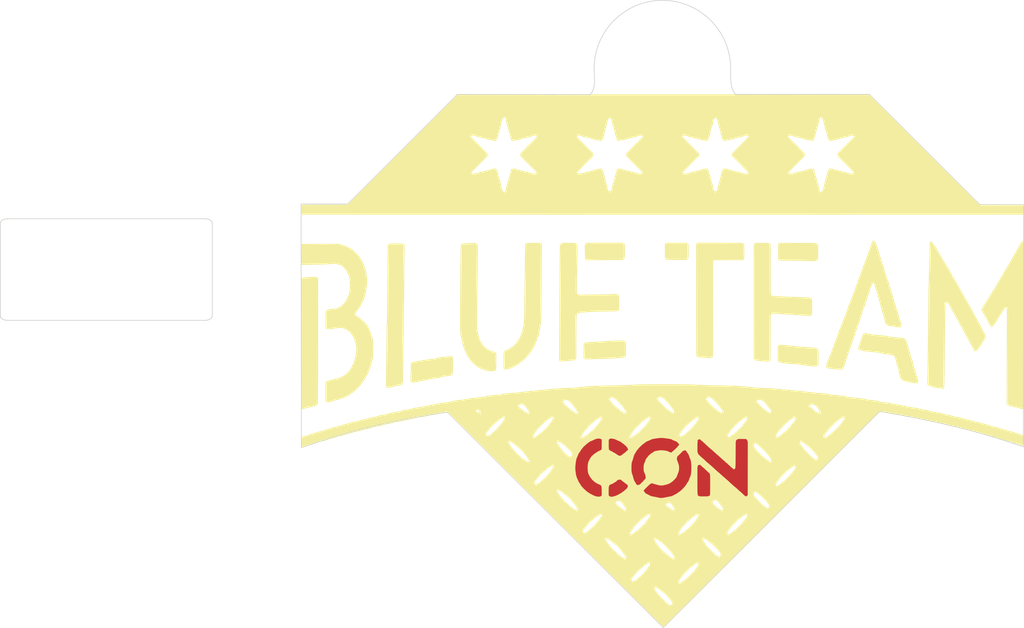
<source format=kicad_pcb>
(kicad_pcb (version 4) (host pcbnew 4.0.7)
  (layers (0 F.Cu signal) (31 B.Cu signal) (34 B.Paste user) (35 F.Paste user) (36 B.SilkS user) (37 F.SilkS user) (38 B.Mask user) (39 F.Mask user) (44 Edge.Cuts user))
  (net 0 "")
  (module LOGO (layer F.Cu) (at 0 0)
    (fp_text reference "G***" hide)
    (fp_text value "LOGO" hide)
    (fp_poly (pts (xy 4.472038 12.078855) (xy 4.518663 12.119471) (xy 4.593672 12.185426) (xy 4.695460 12.275295) (xy 4.822428 12.387657) (xy 4.972971 12.521088) (xy 5.145489 12.674164) (xy 5.338378 12.845464) (xy 5.550038 13.033563) (xy 5.778864 13.237039) (xy 6.023256 13.454469) (xy 6.281611 13.684429) (xy 6.552327 13.925496) (xy 6.833802 14.176248) (xy 7.124433 14.435261) (xy 7.244106 14.541945) (xy 10.022417 17.018890) (xy 10.027806 14.806528) (xy 10.033195 12.594167) (xy 12.170833 12.594167) (xy 12.170833 17.123833) (xy 12.170751 17.558527) (xy 12.170511 17.981876) (xy 12.170119 18.391943) (xy 12.169585 18.786791) (xy 12.168914 19.164484) (xy 12.168115 19.523083) (xy 12.167196 19.860652) (xy 12.166163 20.175253) (xy 12.165025 20.464950) (xy 12.163790 20.727805) (xy 12.162464 20.961881) (xy 12.161056 21.165241) (xy 12.159573 21.335948) (xy 12.158022 21.472064) (xy 12.156412 21.571653) (xy 12.154749 21.632777) (xy 12.153048 21.653500) (xy 12.135806 21.639670) (xy 12.088239 21.598984) (xy 12.011717 21.532650) (xy 11.907610 21.441873) (xy 11.777291 21.327861) (xy 11.622128 21.191819) (xy 11.443492 21.034955) (xy 11.242755 20.858475) (xy 11.021286 20.663586) (xy 10.780456 20.451493) (xy 10.521636 20.223405) (xy 10.246197 19.980527) (xy 9.955508 19.724067) (xy 9.650940 19.455230) (xy 9.333864 19.175223) (xy 9.005651 18.885253) (xy 8.667670 18.586527) (xy 8.321293 18.280250) (xy 8.290131 18.252689) (xy 4.445000 14.851879) (xy 4.445000 13.458439) (xy 4.445153 13.219839) (xy 4.445597 12.994139) (xy 4.446304 12.784831) (xy 4.447249 12.595409) (xy 4.448406 12.429364) (xy 4.449748 12.290190) (xy 4.451249 12.181380) (xy 4.452884 12.106425) (xy 4.454627 12.068818) (xy 4.455398 12.065000) (xy 4.472038 12.078855)) (layer F.Cu) (width 0.010000))
    (fp_poly (pts (xy 2.960082 14.109874) (xy 3.007476 14.143007) (xy 3.044981 14.173410) (xy 3.143631 14.276424) (xy 3.244362 14.416319) (xy 3.344682 14.587894) (xy 3.442097 14.785945) (xy 3.534115 15.005268) (xy 3.618242 15.240660) (xy 3.691986 15.486919) (xy 3.713215 15.568083) (xy 3.806897 16.008594) (xy 3.865512 16.444618) (xy 3.889774 16.873881) (xy 3.880398 17.294108) (xy 3.838099 17.703025) (xy 3.763592 18.098360) (xy 3.657592 18.477837) (xy 3.520814 18.839183) (xy 3.353973 19.180124) (xy 3.157783 19.498385) (xy 2.932960 19.791694) (xy 2.680218 20.057775) (xy 2.400272 20.294355) (xy 2.179341 20.447000) (xy 1.971579 20.572112) (xy 1.743873 20.698575) (xy 1.505899 20.821654) (xy 1.267335 20.936617) (xy 1.037858 21.038728) (xy 0.827144 21.123254) (xy 0.716492 21.162641) (xy 0.296696 21.285591) (xy -0.110547 21.368766) (xy -0.504846 21.412115) (xy -0.885807 21.415590) (xy -1.121833 21.396933) (xy -1.483402 21.335509) (xy -1.844035 21.235896) (xy -2.194275 21.101374) (xy -2.524664 20.935221) (xy -2.624667 20.875898) (xy -2.722962 20.812022) (xy -2.834047 20.734664) (xy -2.949100 20.650495) (xy -3.059298 20.566185) (xy -3.155817 20.488405) (xy -3.229833 20.423824) (xy -3.254555 20.399704) (xy -3.323527 20.328197) (xy -2.654924 19.676473) (xy -1.986322 19.024749) (xy -1.908620 19.038566) (xy -1.862392 19.047901) (xy -1.783596 19.064999) (xy -1.680872 19.087935) (xy -1.562862 19.114787) (xy -1.471083 19.135975) (xy -1.273758 19.180948) (xy -1.109752 19.216029) (xy -0.971514 19.242351) (xy -0.851489 19.261045) (xy -0.742126 19.273244) (xy -0.635870 19.280078) (xy -0.525169 19.282680) (xy -0.491233 19.282804) (xy -0.261241 19.273826) (xy -0.053770 19.245064) (xy 0.147376 19.193858) (xy 0.240728 19.162575) (xy 0.399928 19.099015) (xy 0.566682 19.020735) (xy 0.734027 18.932014) (xy 0.894998 18.837134) (xy 1.042630 18.740372) (xy 1.169958 18.646010) (xy 1.270019 18.558327) (xy 1.325824 18.495772) (xy 1.496488 18.237752) (xy 1.628909 17.969287) (xy 1.725131 17.685052) (xy 1.787199 17.379725) (xy 1.802550 17.254174) (xy 1.813747 17.068565) (xy 1.810328 16.869352) (xy 1.791705 16.652013) (xy 1.757292 16.412026) (xy 1.706506 16.144869) (xy 1.638758 15.846020) (xy 1.599810 15.689072) (xy 1.528330 15.407895) (xy 2.218103 14.752447) (xy 2.361075 14.617081) (xy 2.495078 14.491151) (xy 2.616924 14.377585) (xy 2.723423 14.279313) (xy 2.811385 14.199265) (xy 2.877620 14.140369) (xy 2.918941 14.105554) (xy 2.931795 14.097000) (xy 2.960082 14.109874)) (layer F.Cu) (width 0.010000))
    (fp_poly (pts (xy -9.213770 12.386820) (xy -9.203794 12.401798) (xy -9.195238 12.430579) (xy -9.187920 12.476281) (xy -9.181656 12.542022) (xy -9.176263 12.630922) (xy -9.171557 12.746099) (xy -9.167355 12.890670) (xy -9.163474 13.067755) (xy -9.159730 13.280472) (xy -9.155940 13.531939) (xy -9.155361 13.572857) (xy -9.144131 14.371631) (xy -9.384798 14.488658) (xy -9.729627 14.674010) (xy -10.036260 14.876556) (xy -10.305649 15.097386) (xy -10.538749 15.337591) (xy -10.736514 15.598261) (xy -10.899896 15.880487) (xy -11.029851 16.185359) (xy -11.115903 16.467667) (xy -11.159347 16.657887) (xy -11.184558 16.820484) (xy -11.192222 16.965704) (xy -11.183028 17.103795) (xy -11.165552 17.208500) (xy -11.077065 17.536944) (xy -10.950099 17.850911) (xy -10.786875 18.147569) (xy -10.589616 18.424084) (xy -10.360542 18.677621) (xy -10.101877 18.905348) (xy -9.815842 19.104430) (xy -9.573729 19.238721) (xy -9.474898 19.286334) (xy -9.376761 19.330953) (xy -9.293388 19.366303) (xy -9.255125 19.380866) (xy -9.144000 19.419770) (xy -9.144000 21.230167) (xy -9.191625 21.226469) (xy -9.242532 21.222561) (xy -9.311844 21.217293) (xy -9.334500 21.215580) (xy -9.744597 21.166459) (xy -10.145921 21.082559) (xy -10.533220 20.965607) (xy -10.901245 20.817327) (xy -11.244745 20.639448) (xy -11.421687 20.529375) (xy -11.590456 20.405492) (xy -11.768990 20.253476) (xy -11.947750 20.082872) (xy -12.117200 19.903224) (xy -12.267802 19.724079) (xy -12.379792 19.570497) (xy -12.582325 19.235131) (xy -12.755789 18.879559) (xy -12.901173 18.500852) (xy -13.019466 18.096085) (xy -13.111654 17.662331) (xy -13.177374 17.208500) (xy -13.195973 16.991930) (xy -13.204147 16.764949) (xy -13.202176 16.538410) (xy -13.190341 16.323167) (xy -13.168925 16.130073) (xy -13.146125 16.003509) (xy -13.040637 15.623184) (xy -12.895631 15.250674) (xy -12.713600 14.888595) (xy -12.497039 14.539563) (xy -12.248444 14.206197) (xy -11.970307 13.891111) (xy -11.665124 13.596922) (xy -11.335389 13.326248) (xy -10.983597 13.081705) (xy -10.612241 12.865908) (xy -10.223817 12.681476) (xy -9.842500 12.538102) (xy -9.755433 12.511149) (xy -9.652234 12.481798) (xy -9.542364 12.452433) (xy -9.435280 12.425439) (xy -9.340444 12.403200) (xy -9.267313 12.388101) (xy -9.225351 12.382527) (xy -9.213770 12.386820)) (layer F.Cu) (width 0.010000))
    (fp_poly (pts (xy 4.561241 15.825172) (xy 4.593520 15.853335) (xy 4.654480 15.906986) (xy 4.741155 15.983500) (xy 4.850576 16.080248) (xy 4.979776 16.194605) (xy 5.125788 16.323944) (xy 5.285645 16.465638) (xy 5.456380 16.617060) (xy 5.635024 16.775584) (xy 5.681587 16.816917) (xy 6.706859 17.727083) (xy 6.709833 21.230167) (xy 4.466167 21.230167) (xy 4.466167 15.743594) (xy 4.561241 15.825172)) (layer F.Cu) (width 0.010000))
    (fp_poly (pts (xy -6.578489 18.390225) (xy -6.568855 18.395895) (xy -6.540132 18.416905) (xy -6.484498 18.460672) (xy -6.406039 18.523801) (xy -6.308841 18.602895) (xy -6.196991 18.694559) (xy -6.074576 18.795395) (xy -5.945681 18.902007) (xy -5.814394 19.011001) (xy -5.684801 19.118979) (xy -5.560987 19.222545) (xy -5.447040 19.318303) (xy -5.347046 19.402857) (xy -5.265091 19.472810) (xy -5.205263 19.524768) (xy -5.171646 19.555332) (xy -5.165758 19.561989) (xy -5.177259 19.584071) (xy -5.209096 19.631697) (xy -5.255777 19.696869) (xy -5.289714 19.742511) (xy -5.543745 20.045738) (xy -5.823038 20.315210) (xy -6.126597 20.550381) (xy -6.453427 20.750701) (xy -6.802531 20.915622) (xy -7.172915 21.044596) (xy -7.563581 21.137075) (xy -7.913285 21.186826) (xy -8.019623 21.196467) (xy -8.123591 21.203990) (xy -8.209535 21.208340) (xy -8.242699 21.209000) (xy -8.352913 21.209000) (xy -8.378492 20.367625) (xy -8.384124 20.180346) (xy -8.389304 20.004177) (xy -8.393894 19.844103) (xy -8.397756 19.705104) (xy -8.400754 19.592165) (xy -8.402748 19.510269) (xy -8.403601 19.464398) (xy -8.403619 19.458959) (xy -8.400881 19.420802) (xy -8.386678 19.397782) (xy -8.351056 19.382363) (xy -8.284060 19.367006) (xy -8.281458 19.366467) (xy -8.051402 19.303712) (xy -7.807971 19.210124) (xy -7.560142 19.090825) (xy -7.316889 18.950935) (xy -7.087188 18.795575) (xy -6.880013 18.629867) (xy -6.719317 18.475134) (xy -6.665098 18.418751) (xy -6.629753 18.389070) (xy -6.603983 18.381193) (xy -6.578489 18.390225)) (layer F.Cu) (width 0.010000))
    (fp_poly (pts (xy -0.023295 12.460161) (xy 0.369826 12.508322) (xy 0.748888 12.593087) (xy 0.923536 12.646554) (xy 1.232883 12.769518) (xy 1.515232 12.923068) (xy 1.775440 13.109915) (xy 1.818115 13.145434) (xy 1.873671 13.196999) (xy 1.937911 13.263321) (xy 2.004738 13.337195) (xy 2.068053 13.411414) (xy 2.121759 13.478775) (xy 2.159756 13.532072) (xy 2.175949 13.564100) (xy 2.175826 13.568077) (xy 2.159462 13.585530) (xy 2.115230 13.628676) (xy 2.046354 13.694473) (xy 1.956055 13.779881) (xy 1.847554 13.881859) (xy 1.724073 13.997365) (xy 1.588835 14.123359) (xy 1.504639 14.201565) (xy 1.329705 14.363232) (xy 1.183361 14.497009) (xy 1.063791 14.604461) (xy 0.969178 14.687154) (xy 0.897707 14.746654) (xy 0.847562 14.784526) (xy 0.816927 14.802335) (xy 0.806139 14.803712) (xy 0.726258 14.772248) (xy 0.616916 14.734317) (xy 0.489775 14.693501) (xy 0.356495 14.653379) (xy 0.228739 14.617533) (xy 0.118170 14.589544) (xy 0.083431 14.581787) (xy -0.085334 14.554793) (xy -0.278905 14.538209) (xy -0.483294 14.532194) (xy -0.684517 14.536905) (xy -0.868585 14.552500) (xy -0.978768 14.569786) (xy -1.223169 14.631276) (xy -1.482376 14.720863) (xy -1.744129 14.834092) (xy -1.847477 14.885356) (xy -1.950529 14.939225) (xy -2.025772 14.982138) (xy -2.083258 15.022076) (xy -2.133039 15.067022) (xy -2.185165 15.124957) (xy -2.249689 15.203865) (xy -2.251667 15.206323) (xy -2.459630 15.485081) (xy -2.628193 15.756363) (xy -2.758867 16.023571) (xy -2.853164 16.290109) (xy -2.912594 16.559383) (xy -2.933620 16.742490) (xy -2.934786 16.970842) (xy -2.906163 17.225436) (xy -2.847595 17.506944) (xy -2.758923 17.816038) (xy -2.639991 18.153390) (xy -2.551872 18.374894) (xy -2.556551 18.390637) (xy -2.579466 18.420664) (xy -2.622519 18.466785) (xy -2.687608 18.530809) (xy -2.776635 18.614547) (xy -2.891499 18.719807) (xy -3.034102 18.848400) (xy -3.206343 19.002135) (xy -3.268687 19.057519) (xy -3.417593 19.189565) (xy -3.556558 19.312585) (xy -3.682432 19.423807) (xy -3.792069 19.520458) (xy -3.882318 19.599767) (xy -3.950032 19.658961) (xy -3.992062 19.695269) (xy -4.005318 19.706087) (xy -4.020344 19.690840) (xy -4.054722 19.650643) (xy -4.101470 19.593696) (xy -4.108986 19.584379) (xy -4.353459 19.247082) (xy -4.563635 18.885922) (xy -4.738761 18.502861) (xy -4.878086 18.099862) (xy -4.980856 17.678888) (xy -5.046319 17.241900) (xy -5.058471 17.109232) (xy -5.069440 16.766550) (xy -5.051109 16.412150) (xy -5.004978 16.058654) (xy -4.932548 15.718686) (xy -4.866498 15.494000) (xy -4.741367 15.160264) (xy -4.594353 14.850135) (xy -4.421246 14.556976) (xy -4.217838 14.274148) (xy -3.979917 13.995015) (xy -3.791674 13.799352) (xy -3.660503 13.671262) (xy -3.547909 13.567459) (xy -3.444747 13.480237) (xy -3.341871 13.401889) (xy -3.230136 13.324710) (xy -3.221873 13.319236) (xy -2.852032 13.096583) (xy -2.466084 12.905641) (xy -2.067798 12.747020) (xy -1.660947 12.621333) (xy -1.249300 12.529192) (xy -0.836628 12.471209) (xy -0.426703 12.447994) (xy -0.023295 12.460161)) (layer F.Cu) (width 0.010000))
    (fp_poly (pts (xy -8.397562 12.450001) (xy -8.336765 12.461023) (xy -8.250043 12.477596) (xy -8.145170 12.498248) (xy -8.089443 12.509426) (xy -7.635423 12.615984) (xy -7.212434 12.746026) (xy -6.821809 12.899017) (xy -6.464883 13.074424) (xy -6.142989 13.271713) (xy -6.087191 13.310706) (xy -5.937739 13.427447) (xy -5.785359 13.564651) (xy -5.637679 13.714091) (xy -5.502325 13.867539) (xy -5.386924 14.016769) (xy -5.299103 14.153553) (xy -5.289447 14.171234) (xy -5.244277 14.256051) (xy -5.432014 14.437715) (xy -5.538736 14.540461) (xy -5.655075 14.651557) (xy -5.777136 14.767372) (xy -5.901026 14.884271) (xy -6.022850 14.998624) (xy -6.138714 15.106798) (xy -6.244723 15.205160) (xy -6.336984 15.290079) (xy -6.411601 15.357921) (xy -6.464680 15.405055) (xy -6.492328 15.427848) (xy -6.495240 15.429407) (xy -6.515125 15.413624) (xy -6.550981 15.374532) (xy -6.575253 15.345219) (xy -6.679055 15.235637) (xy -6.817643 15.119832) (xy -6.984603 15.001325) (xy -7.173525 14.883633) (xy -7.377995 14.770275) (xy -7.591602 14.664772) (xy -7.807934 14.570640) (xy -8.020578 14.491400) (xy -8.223123 14.430569) (xy -8.257719 14.421918) (xy -8.419187 14.382889) (xy -8.432193 14.245236) (xy -8.436266 14.180945) (xy -8.439585 14.085916) (xy -8.442172 13.965408) (xy -8.444050 13.824680) (xy -8.445240 13.668991) (xy -8.445764 13.503600) (xy -8.445645 13.333767) (xy -8.444904 13.164749) (xy -8.443564 13.001807) (xy -8.441646 12.850199) (xy -8.439173 12.715184) (xy -8.436166 12.602022) (xy -8.432648 12.515971) (xy -8.428640 12.462290) (xy -8.424660 12.446000) (xy -8.397562 12.450001)) (layer F.Cu) (width 0.010000))
  )
  (module LOGO (layer F.Cu) (at 0 0)
    (fp_text reference "G***" hide)
    (fp_text value "LOGO" hide)
  )
  (module LOGO (layer F.Cu) (at 0 0)
    (fp_text reference "G***" hide)
    (fp_text value "LOGO" hide)
  )
  (module LOGO (layer F.Cu) (at 0 0)
    (fp_text reference "G***" hide)
    (fp_text value "LOGO" hide)
  )
  (module LOGO (layer F.Cu) (at 0 0)
    (fp_text reference "G***" hide)
    (fp_text value "LOGO" hide)
  )
  (gr_line (start -10.313800 -41.104000) (end -10.300900 -41.613800) (layer Edge.Cuts) (width 0.1))
  (gr_line (start -10.300900 -41.613800) (end -10.262700 -42.117000) (layer Edge.Cuts) (width 0.1))
  (gr_line (start -10.262700 -42.117000) (end -10.199600 -42.612900) (layer Edge.Cuts) (width 0.1))
  (gr_line (start -10.199600 -42.612900) (end -10.112500 -43.100800) (layer Edge.Cuts) (width 0.1))
  (gr_line (start -10.112500 -43.100800) (end -10.001900 -43.580100) (layer Edge.Cuts) (width 0.1))
  (gr_line (start -10.001900 -43.580100) (end -9.868400 -44.050300) (layer Edge.Cuts) (width 0.1))
  (gr_line (start -9.868400 -44.050300) (end -9.712600 -44.510700) (layer Edge.Cuts) (width 0.1))
  (gr_line (start -9.712600 -44.510700) (end -9.535200 -44.960600) (layer Edge.Cuts) (width 0.1))
  (gr_line (start -9.535200 -44.960600) (end -9.336800 -45.399500) (layer Edge.Cuts) (width 0.1))
  (gr_line (start -9.336800 -45.399500) (end -9.118000 -45.826700) (layer Edge.Cuts) (width 0.1))
  (gr_line (start -9.118000 -45.826700) (end -8.879400 -46.241600) (layer Edge.Cuts) (width 0.1))
  (gr_line (start -8.879400 -46.241600) (end -8.621700 -46.643600) (layer Edge.Cuts) (width 0.1))
  (gr_line (start -8.621700 -46.643600) (end -8.345400 -47.032100) (layer Edge.Cuts) (width 0.1))
  (gr_line (start -8.345400 -47.032100) (end -8.051300 -47.406400) (layer Edge.Cuts) (width 0.1))
  (gr_line (start -8.051300 -47.406400) (end -7.739900 -47.765900) (layer Edge.Cuts) (width 0.1))
  (gr_line (start -7.739900 -47.765900) (end -7.411800 -48.110000) (layer Edge.Cuts) (width 0.1))
  (gr_line (start -7.411800 -48.110000) (end -7.067700 -48.438000) (layer Edge.Cuts) (width 0.1))
  (gr_line (start -7.067700 -48.438000) (end -6.708200 -48.749400) (layer Edge.Cuts) (width 0.1))
  (gr_line (start -6.708200 -48.749400) (end -6.333900 -49.043600) (layer Edge.Cuts) (width 0.1))
  (gr_line (start -6.333900 -49.043600) (end -5.945500 -49.319800) (layer Edge.Cuts) (width 0.1))
  (gr_line (start -5.945500 -49.319800) (end -5.543500 -49.577500) (layer Edge.Cuts) (width 0.1))
  (gr_line (start -5.543500 -49.577500) (end -5.128600 -49.816100) (layer Edge.Cuts) (width 0.1))
  (gr_line (start -5.128600 -49.816100) (end -4.701300 -50.034920) (layer Edge.Cuts) (width 0.1))
  (gr_line (start -4.701300 -50.034920) (end -4.262500 -50.233330) (layer Edge.Cuts) (width 0.1))
  (gr_line (start -4.262500 -50.233330) (end -3.812500 -50.410740) (layer Edge.Cuts) (width 0.1))
  (gr_line (start -3.812500 -50.410740) (end -3.352200 -50.566510) (layer Edge.Cuts) (width 0.1))
  (gr_line (start -3.352200 -50.566510) (end -2.882000 -50.700020) (layer Edge.Cuts) (width 0.1))
  (gr_line (start -2.882000 -50.700020) (end -2.402600 -50.810660) (layer Edge.Cuts) (width 0.1))
  (gr_line (start -2.402600 -50.810660) (end -1.914700 -50.897790) (layer Edge.Cuts) (width 0.1))
  (gr_line (start -1.914700 -50.897790) (end -1.418900 -50.960800) (layer Edge.Cuts) (width 0.1))
  (gr_line (start -1.418900 -50.960800) (end -0.915700 -50.999060) (layer Edge.Cuts) (width 0.1))
  (gr_line (start -0.915700 -50.999060) (end -0.405800 -51.011950) (layer Edge.Cuts) (width 0.1))
  (gr_line (start -0.405800 -51.011950) (end 0.104000 -50.999060) (layer Edge.Cuts) (width 0.1))
  (gr_line (start 0.104000 -50.999060) (end 0.607200 -50.960800) (layer Edge.Cuts) (width 0.1))
  (gr_line (start 0.607200 -50.960800) (end 1.103100 -50.897790) (layer Edge.Cuts) (width 0.1))
  (gr_line (start 1.103100 -50.897790) (end 1.591000 -50.810660) (layer Edge.Cuts) (width 0.1))
  (gr_line (start 1.591000 -50.810660) (end 2.070300 -50.700020) (layer Edge.Cuts) (width 0.1))
  (gr_line (start 2.070300 -50.700020) (end 2.540500 -50.566510) (layer Edge.Cuts) (width 0.1))
  (gr_line (start 2.540500 -50.566510) (end 3.000900 -50.410740) (layer Edge.Cuts) (width 0.1))
  (gr_line (start 3.000900 -50.410740) (end 3.450800 -50.233330) (layer Edge.Cuts) (width 0.1))
  (gr_line (start 3.450800 -50.233330) (end 3.889700 -50.034920) (layer Edge.Cuts) (width 0.1))
  (gr_line (start 3.889700 -50.034920) (end 4.316900 -49.816100) (layer Edge.Cuts) (width 0.1))
  (gr_line (start 4.316900 -49.816100) (end 4.731800 -49.577500) (layer Edge.Cuts) (width 0.1))
  (gr_line (start 4.731800 -49.577500) (end 5.133800 -49.319800) (layer Edge.Cuts) (width 0.1))
  (gr_line (start 5.133800 -49.319800) (end 5.522300 -49.043600) (layer Edge.Cuts) (width 0.1))
  (gr_line (start 5.522300 -49.043600) (end 5.896600 -48.749400) (layer Edge.Cuts) (width 0.1))
  (gr_line (start 5.896600 -48.749400) (end 6.256100 -48.438000) (layer Edge.Cuts) (width 0.1))
  (gr_line (start 6.256100 -48.438000) (end 6.600200 -48.110000) (layer Edge.Cuts) (width 0.1))
  (gr_line (start 6.600200 -48.110000) (end 6.928300 -47.765900) (layer Edge.Cuts) (width 0.1))
  (gr_line (start 6.928300 -47.765900) (end 7.239700 -47.406400) (layer Edge.Cuts) (width 0.1))
  (gr_line (start 7.239700 -47.406400) (end 7.533800 -47.032100) (layer Edge.Cuts) (width 0.1))
  (gr_line (start 7.533800 -47.032100) (end 7.810000 -46.643600) (layer Edge.Cuts) (width 0.1))
  (gr_line (start 7.810000 -46.643600) (end 8.067800 -46.241600) (layer Edge.Cuts) (width 0.1))
  (gr_line (start 8.067800 -46.241600) (end 8.306300 -45.826700) (layer Edge.Cuts) (width 0.1))
  (gr_line (start 8.306300 -45.826700) (end 8.525100 -45.399500) (layer Edge.Cuts) (width 0.1))
  (gr_line (start 8.525100 -45.399500) (end 8.723600 -44.960600) (layer Edge.Cuts) (width 0.1))
  (gr_line (start 8.723600 -44.960600) (end 8.901000 -44.510700) (layer Edge.Cuts) (width 0.1))
  (gr_line (start 8.901000 -44.510700) (end 9.056700 -44.050300) (layer Edge.Cuts) (width 0.1))
  (gr_line (start 9.056700 -44.050300) (end 9.190200 -43.580100) (layer Edge.Cuts) (width 0.1))
  (gr_line (start 9.190200 -43.580100) (end 9.300900 -43.100800) (layer Edge.Cuts) (width 0.1))
  (gr_line (start 9.300900 -43.100800) (end 9.388000 -42.612900) (layer Edge.Cuts) (width 0.1))
  (gr_line (start 9.388000 -42.612900) (end 9.451000 -42.117000) (layer Edge.Cuts) (width 0.1))
  (gr_line (start 9.451000 -42.117000) (end 9.489300 -41.613800) (layer Edge.Cuts) (width 0.1))
  (gr_line (start 9.489300 -41.613800) (end 9.502200 -41.104000) (layer Edge.Cuts) (width 0.1))
  (gr_line (start 9.502200 -41.104000) (end 9.504800 -40.028300) (layer Edge.Cuts) (width 0.1))
  (gr_line (start 9.504800 -40.028300) (end 9.525500 -39.471600) (layer Edge.Cuts) (width 0.1))
  (gr_line (start 9.525500 -39.471600) (end 9.574800 -38.931000) (layer Edge.Cuts) (width 0.1))
  (gr_line (start 9.574800 -38.931000) (end 9.664100 -38.427700) (layer Edge.Cuts) (width 0.1))
  (gr_line (start 9.664100 -38.427700) (end 9.727500 -38.196900) (layer Edge.Cuts) (width 0.1))
  (gr_line (start 9.727500 -38.196900) (end 9.805300 -37.983400) (layer Edge.Cuts) (width 0.1))
  (gr_line (start 9.805300 -37.983400) (end 9.898900 -37.790000) (layer Edge.Cuts) (width 0.1))
  (gr_line (start 9.898900 -37.790000) (end 10.009900 -37.619300) (layer Edge.Cuts) (width 0.1))
  (gr_line (start 10.009900 -37.619300) (end 10.139600 -37.474100) (layer Edge.Cuts) (width 0.1))
  (gr_line (start 10.139600 -37.474100) (end 10.289500 -37.356900) (layer Edge.Cuts) (width 0.1))
  (gr_line (start 10.289500 -37.356900) (end 29.656800 -37.343100) (layer Edge.Cuts) (width 0.1))
  (gr_line (start 29.656800 -37.343100) (end 45.687000 -21.313100) (layer Edge.Cuts) (width 0.1))
  (gr_line (start 45.687000 -21.313100) (end 52.058000 -21.313100) (layer Edge.Cuts) (width 0.1))
  (gr_line (start 52.058000 -21.313100) (end 52.008000 13.882100) (layer Edge.Cuts) (width 0.1))
  (gr_line (start 52.008000 13.882100) (end 50.602000 13.396800) (layer Edge.Cuts) (width 0.1))
  (gr_line (start 50.602000 13.396800) (end 49.214000 12.939600) (layer Edge.Cuts) (width 0.1))
  (gr_line (start 49.214000 12.939600) (end 47.842000 12.509200) (layer Edge.Cuts) (width 0.1))
  (gr_line (start 47.842000 12.509200) (end 46.485000 12.104100) (layer Edge.Cuts) (width 0.1))
  (gr_line (start 46.485000 12.104100) (end 45.144000 11.723000) (layer Edge.Cuts) (width 0.1))
  (gr_line (start 45.144000 11.723000) (end 43.816000 11.364600) (layer Edge.Cuts) (width 0.1))
  (gr_line (start 43.816000 11.364600) (end 42.502000 11.027400) (layer Edge.Cuts) (width 0.1))
  (gr_line (start 42.502000 11.027400) (end 41.200000 10.710200) (layer Edge.Cuts) (width 0.1))
  (gr_line (start 41.200000 10.710200) (end 38.629000 10.129900) (layer Edge.Cuts) (width 0.1))
  (gr_line (start 38.629000 10.129900) (end 36.097100 9.612800) (layer Edge.Cuts) (width 0.1))
  (gr_line (start 36.097100 9.612800) (end 33.597400 9.147900) (layer Edge.Cuts) (width 0.1))
  (gr_line (start 33.597400 9.147900) (end 31.123200 8.724200) (layer Edge.Cuts) (width 0.1))
  (gr_line (start 31.123200 8.724200) (end -0.279400 40.127000) (layer Edge.Cuts) (width 0.1))
  (gr_line (start -0.279400 40.127000) (end -31.631500 8.825400) (layer Edge.Cuts) (width 0.1))
  (gr_line (start -31.631500 8.825400) (end -33.014200 9.030800) (layer Edge.Cuts) (width 0.1))
  (gr_line (start -33.014200 9.030800) (end -34.389300 9.251400) (layer Edge.Cuts) (width 0.1))
  (gr_line (start -34.389300 9.251400) (end -35.756800 9.487300) (layer Edge.Cuts) (width 0.1))
  (gr_line (start -35.756800 9.487300) (end -37.116600 9.738500) (layer Edge.Cuts) (width 0.1))
  (gr_line (start -37.116600 9.738500) (end -38.468700 10.005200) (layer Edge.Cuts) (width 0.1))
  (gr_line (start -38.468700 10.005200) (end -39.813100 10.287400) (layer Edge.Cuts) (width 0.1))
  (gr_line (start -39.813100 10.287400) (end -41.149600 10.585200) (layer Edge.Cuts) (width 0.1))
  (gr_line (start -41.149600 10.585200) (end -42.478300 10.898700) (layer Edge.Cuts) (width 0.1))
  (gr_line (start -42.478300 10.898700) (end -43.799000 11.228000) (layer Edge.Cuts) (width 0.1))
  (gr_line (start -43.799000 11.228000) (end -45.111900 11.573200) (layer Edge.Cuts) (width 0.1))
  (gr_line (start -45.111900 11.573200) (end -46.416700 11.934400) (layer Edge.Cuts) (width 0.1))
  (gr_line (start -46.416700 11.934400) (end -47.713500 12.311600) (layer Edge.Cuts) (width 0.1))
  (gr_line (start -47.713500 12.311600) (end -49.002200 12.705100) (layer Edge.Cuts) (width 0.1))
  (gr_line (start -49.002200 12.705100) (end -50.282780 13.114800) (layer Edge.Cuts) (width 0.1))
  (gr_line (start -50.282780 13.114800) (end -51.555180 13.540800) (layer Edge.Cuts) (width 0.1))
  (gr_line (start -51.555180 13.540800) (end -52.819370 13.983300) (layer Edge.Cuts) (width 0.1))
  (gr_line (start -52.819370 13.983300) (end -52.869940 -21.414200) (layer Edge.Cuts) (width 0.1))
  (gr_line (start -52.869940 -21.414200) (end -46.093800 -21.414200) (layer Edge.Cuts) (width 0.1))
  (gr_line (start -46.093800 -21.414200) (end -30.179600 -37.334800) (layer Edge.Cuts) (width 0.1))
  (gr_line (start -30.179600 -37.334800) (end -10.995200 -37.304200) (layer Edge.Cuts) (width 0.1))
  (gr_line (start -10.995200 -37.304200) (end -10.821300 -37.439100) (layer Edge.Cuts) (width 0.1))
  (gr_line (start -10.821300 -37.439100) (end -10.676300 -37.599100) (layer Edge.Cuts) (width 0.1))
  (gr_line (start -10.676300 -37.599100) (end -10.557700 -37.781700) (layer Edge.Cuts) (width 0.1))
  (gr_line (start -10.557700 -37.781700) (end -10.463100 -37.984500) (layer Edge.Cuts) (width 0.1))
  (gr_line (start -10.463100 -37.984500) (end -10.390100 -38.205000) (layer Edge.Cuts) (width 0.1))
  (gr_line (start -10.390100 -38.205000) (end -10.336300 -38.440700) (layer Edge.Cuts) (width 0.1))
  (gr_line (start -10.336300 -38.440700) (end -10.299100 -38.689400) (layer Edge.Cuts) (width 0.1))
  (gr_line (start -10.299100 -38.689400) (end -10.276200 -38.948400) (layer Edge.Cuts) (width 0.1))
  (gr_line (start -10.276200 -38.948400) (end -10.263400 -39.488100) (layer Edge.Cuts) (width 0.1))
  (gr_line (start -10.263400 -39.488100) (end -10.278400 -40.040200) (layer Edge.Cuts) (width 0.1))
  (gr_line (start -10.278400 -40.040200) (end -10.301700 -40.585300) (layer Edge.Cuts) (width 0.1))
  (gr_line (start -10.301700 -40.585300) (end -10.313800 -41.104000) (layer Edge.Cuts) (width 0.1))
  (gr_line (start -10.313800 -41.104000) (end -10.313800 -41.104000) (layer Edge.Cuts) (width 0.1))
  (gr_line (start -10.313800 -41.104000) (end -10.313800 -41.104000) (layer Edge.Cuts) (width 0.1))
  (gr_line (start -95.454800 -19.275700) (end -66.849700 -19.275700) (layer Edge.Cuts) (width 0.1))
  (gr_line (start -66.849700 -19.275700) (end -66.630990 -19.262700) (layer Edge.Cuts) (width 0.1))
  (gr_line (start -66.630990 -19.262700) (end -66.427530 -19.225200) (layer Edge.Cuts) (width 0.1))
  (gr_line (start -66.427530 -19.225200) (end -66.243610 -19.165900) (layer Edge.Cuts) (width 0.1))
  (gr_line (start -66.243610 -19.165900) (end -66.083510 -19.087400) (layer Edge.Cuts) (width 0.1))
  (gr_line (start -66.083510 -19.087400) (end -65.951530 -18.992100) (layer Edge.Cuts) (width 0.1))
  (gr_line (start -65.951530 -18.992100) (end -65.851940 -18.882600) (layer Edge.Cuts) (width 0.1))
  (gr_line (start -65.851940 -18.882600) (end -65.789050 -18.761500) (layer Edge.Cuts) (width 0.1))
  (gr_line (start -65.789050 -18.761500) (end -65.767130 -18.631300) (layer Edge.Cuts) (width 0.1))
  (gr_line (start -65.767130 -18.631300) (end -65.767130 -5.149800) (layer Edge.Cuts) (width 0.1))
  (gr_line (start -65.767130 -5.149800) (end -65.789050 -5.019600) (layer Edge.Cuts) (width 0.1))
  (gr_line (start -65.789050 -5.019600) (end -65.851940 -4.898500) (layer Edge.Cuts) (width 0.1))
  (gr_line (start -65.851940 -4.898500) (end -65.951530 -4.789000) (layer Edge.Cuts) (width 0.1))
  (gr_line (start -65.951530 -4.789000) (end -66.083510 -4.693700) (layer Edge.Cuts) (width 0.1))
  (gr_line (start -66.083510 -4.693700) (end -66.243610 -4.615200) (layer Edge.Cuts) (width 0.1))
  (gr_line (start -66.243610 -4.615200) (end -66.427530 -4.555900) (layer Edge.Cuts) (width 0.1))
  (gr_line (start -66.427530 -4.555900) (end -66.630990 -4.518500) (layer Edge.Cuts) (width 0.1))
  (gr_line (start -66.630990 -4.518500) (end -66.849700 -4.505400) (layer Edge.Cuts) (width 0.1))
  (gr_line (start -66.849700 -4.505400) (end -95.454800 -4.505400) (layer Edge.Cuts) (width 0.1))
  (gr_line (start -95.454800 -4.505400) (end -95.673500 -4.518500) (layer Edge.Cuts) (width 0.1))
  (gr_line (start -95.673500 -4.518500) (end -95.877000 -4.555900) (layer Edge.Cuts) (width 0.1))
  (gr_line (start -95.877000 -4.555900) (end -96.060900 -4.615200) (layer Edge.Cuts) (width 0.1))
  (gr_line (start -96.060900 -4.615200) (end -96.221000 -4.693700) (layer Edge.Cuts) (width 0.1))
  (gr_line (start -96.221000 -4.693700) (end -96.353000 -4.789000) (layer Edge.Cuts) (width 0.1))
  (gr_line (start -96.353000 -4.789000) (end -96.452600 -4.898500) (layer Edge.Cuts) (width 0.1))
  (gr_line (start -96.452600 -4.898500) (end -96.515500 -5.019600) (layer Edge.Cuts) (width 0.1))
  (gr_line (start -96.515500 -5.019600) (end -96.537400 -5.149800) (layer Edge.Cuts) (width 0.1))
  (gr_line (start -96.537400 -5.149800) (end -96.537400 -18.631300) (layer Edge.Cuts) (width 0.1))
  (gr_line (start -96.537400 -18.631300) (end -96.515500 -18.761500) (layer Edge.Cuts) (width 0.1))
  (gr_line (start -96.515500 -18.761500) (end -96.452600 -18.882600) (layer Edge.Cuts) (width 0.1))
  (gr_line (start -96.452600 -18.882600) (end -96.353000 -18.992100) (layer Edge.Cuts) (width 0.1))
  (gr_line (start -96.353000 -18.992100) (end -96.221000 -19.087400) (layer Edge.Cuts) (width 0.1))
  (gr_line (start -96.221000 -19.087400) (end -96.060900 -19.165900) (layer Edge.Cuts) (width 0.1))
  (gr_line (start -96.060900 -19.165900) (end -95.877000 -19.225200) (layer Edge.Cuts) (width 0.1))
  (gr_line (start -95.877000 -19.225200) (end -95.673500 -19.262700) (layer Edge.Cuts) (width 0.1))
  (gr_line (start -95.673500 -19.262700) (end -95.454800 -19.275700) (layer Edge.Cuts) (width 0.1))
  (gr_line (start -95.454800 -19.275700) (end -95.454800 -19.275700) (layer Edge.Cuts) (width 0.1))
  (gr_line (start -95.454800 -19.275700) (end -95.454800 -19.275700) (layer Edge.Cuts) (width 0.1))
)
</source>
